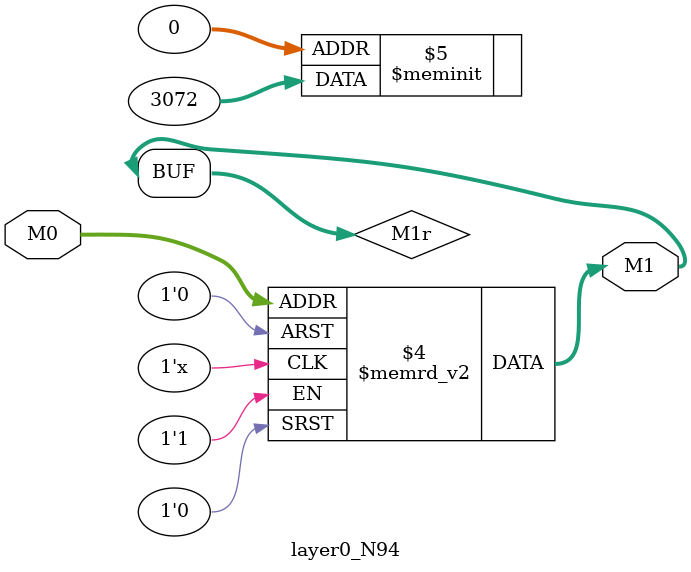
<source format=v>
module layer0_N94 ( input [3:0] M0, output [1:0] M1 );

	(*rom_style = "distributed" *) reg [1:0] M1r;
	assign M1 = M1r;
	always @ (M0) begin
		case (M0)
			4'b0000: M1r = 2'b00;
			4'b1000: M1r = 2'b00;
			4'b0100: M1r = 2'b00;
			4'b1100: M1r = 2'b00;
			4'b0010: M1r = 2'b00;
			4'b1010: M1r = 2'b00;
			4'b0110: M1r = 2'b00;
			4'b1110: M1r = 2'b00;
			4'b0001: M1r = 2'b00;
			4'b1001: M1r = 2'b00;
			4'b0101: M1r = 2'b11;
			4'b1101: M1r = 2'b00;
			4'b0011: M1r = 2'b00;
			4'b1011: M1r = 2'b00;
			4'b0111: M1r = 2'b00;
			4'b1111: M1r = 2'b00;

		endcase
	end
endmodule

</source>
